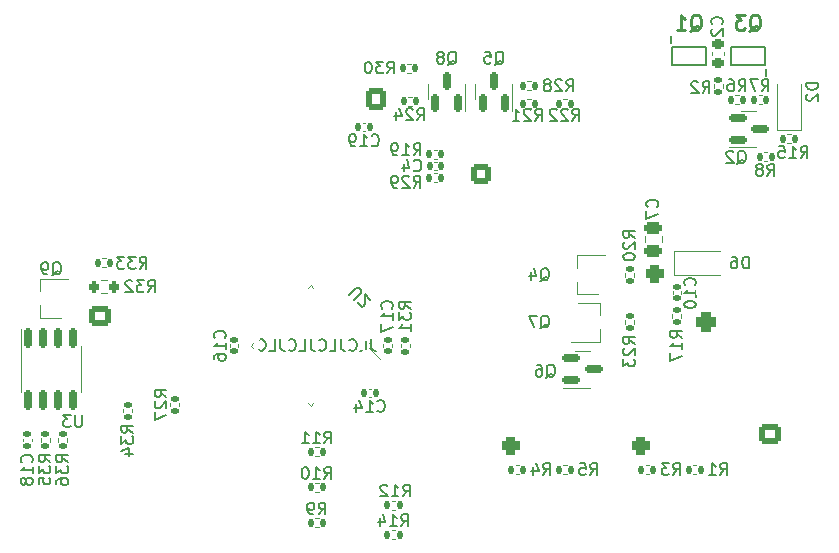
<source format=gbr>
%TF.GenerationSoftware,KiCad,Pcbnew,(6.0.7)*%
%TF.CreationDate,2023-12-12T10:26:36+09:00*%
%TF.ProjectId,Odometry,4f646f6d-6574-4727-992e-6b696361645f,rev?*%
%TF.SameCoordinates,Original*%
%TF.FileFunction,Legend,Bot*%
%TF.FilePolarity,Positive*%
%FSLAX46Y46*%
G04 Gerber Fmt 4.6, Leading zero omitted, Abs format (unit mm)*
G04 Created by KiCad (PCBNEW (6.0.7)) date 2023-12-12 10:26:36*
%MOMM*%
%LPD*%
G01*
G04 APERTURE LIST*
G04 Aperture macros list*
%AMRoundRect*
0 Rectangle with rounded corners*
0 $1 Rounding radius*
0 $2 $3 $4 $5 $6 $7 $8 $9 X,Y pos of 4 corners*
0 Add a 4 corners polygon primitive as box body*
4,1,4,$2,$3,$4,$5,$6,$7,$8,$9,$2,$3,0*
0 Add four circle primitives for the rounded corners*
1,1,$1+$1,$2,$3*
1,1,$1+$1,$4,$5*
1,1,$1+$1,$6,$7*
1,1,$1+$1,$8,$9*
0 Add four rect primitives between the rounded corners*
20,1,$1+$1,$2,$3,$4,$5,0*
20,1,$1+$1,$4,$5,$6,$7,0*
20,1,$1+$1,$6,$7,$8,$9,0*
20,1,$1+$1,$8,$9,$2,$3,0*%
G04 Aperture macros list end*
%ADD10C,0.150000*%
%ADD11C,0.254000*%
%ADD12C,0.120000*%
%ADD13C,0.200000*%
%ADD14C,2.700000*%
%ADD15C,1.600000*%
%ADD16RoundRect,0.250000X-0.675000X0.600000X-0.675000X-0.600000X0.675000X-0.600000X0.675000X0.600000X0*%
%ADD17O,1.850000X1.700000*%
%ADD18R,1.700000X1.700000*%
%ADD19O,1.700000X1.700000*%
%ADD20RoundRect,0.381000X-0.381000X-0.381000X0.381000X-0.381000X0.381000X0.381000X-0.381000X0.381000X0*%
%ADD21C,1.524000*%
%ADD22RoundRect,0.250000X0.675000X-0.600000X0.675000X0.600000X-0.675000X0.600000X-0.675000X-0.600000X0*%
%ADD23C,1.400000*%
%ADD24R,3.500000X3.500000*%
%ADD25C,3.500000*%
%ADD26C,1.700000*%
%ADD27RoundRect,0.425000X-0.425000X-0.425000X0.425000X-0.425000X0.425000X0.425000X-0.425000X0.425000X0*%
%ADD28RoundRect,0.250000X0.600000X0.675000X-0.600000X0.675000X-0.600000X-0.675000X0.600000X-0.675000X0*%
%ADD29O,1.700000X1.850000*%
%ADD30RoundRect,0.381000X0.381000X-0.381000X0.381000X0.381000X-0.381000X0.381000X-0.381000X-0.381000X0*%
%ADD31RoundRect,0.250000X0.600000X-0.600000X0.600000X0.600000X-0.600000X0.600000X-0.600000X-0.600000X0*%
%ADD32R,1.600000X1.600000*%
%ADD33O,1.600000X1.600000*%
%ADD34RoundRect,0.150000X-0.587500X-0.150000X0.587500X-0.150000X0.587500X0.150000X-0.587500X0.150000X0*%
%ADD35RoundRect,0.140000X-0.140000X-0.170000X0.140000X-0.170000X0.140000X0.170000X-0.140000X0.170000X0*%
%ADD36RoundRect,0.135000X0.135000X0.185000X-0.135000X0.185000X-0.135000X-0.185000X0.135000X-0.185000X0*%
%ADD37RoundRect,0.150000X0.150000X-0.587500X0.150000X0.587500X-0.150000X0.587500X-0.150000X-0.587500X0*%
%ADD38RoundRect,0.135000X-0.135000X-0.185000X0.135000X-0.185000X0.135000X0.185000X-0.135000X0.185000X0*%
%ADD39RoundRect,0.140000X-0.170000X0.140000X-0.170000X-0.140000X0.170000X-0.140000X0.170000X0.140000X0*%
%ADD40R,0.900000X1.200000*%
%ADD41R,1.800000X0.800000*%
%ADD42RoundRect,0.135000X-0.185000X0.135000X-0.185000X-0.135000X0.185000X-0.135000X0.185000X0.135000X0*%
%ADD43RoundRect,0.150000X-0.150000X0.675000X-0.150000X-0.675000X0.150000X-0.675000X0.150000X0.675000X0*%
%ADD44RoundRect,0.140000X0.170000X-0.140000X0.170000X0.140000X-0.170000X0.140000X-0.170000X-0.140000X0*%
%ADD45RoundRect,0.135000X0.185000X-0.135000X0.185000X0.135000X-0.185000X0.135000X-0.185000X-0.135000X0*%
%ADD46R,1.200000X0.900000*%
%ADD47RoundRect,0.225000X-0.250000X0.225000X-0.250000X-0.225000X0.250000X-0.225000X0.250000X0.225000X0*%
%ADD48RoundRect,0.140000X0.140000X0.170000X-0.140000X0.170000X-0.140000X-0.170000X0.140000X-0.170000X0*%
%ADD49R,0.620000X0.575000*%
%ADD50RoundRect,0.125000X0.530330X-0.353553X-0.353553X0.530330X-0.530330X0.353553X0.353553X-0.530330X0*%
%ADD51RoundRect,0.125000X0.530330X0.353553X0.353553X0.530330X-0.530330X-0.353553X-0.353553X-0.530330X0*%
%ADD52RoundRect,0.200000X-0.200000X-0.275000X0.200000X-0.275000X0.200000X0.275000X-0.200000X0.275000X0*%
%ADD53RoundRect,0.250000X0.475000X-0.250000X0.475000X0.250000X-0.475000X0.250000X-0.475000X-0.250000X0*%
G04 APERTURE END LIST*
D10*
X45281547Y-42789880D02*
X45281547Y-43504166D01*
X45329166Y-43647023D01*
X45424404Y-43742261D01*
X45567261Y-43789880D01*
X45662500Y-43789880D01*
X44329166Y-43789880D02*
X44805357Y-43789880D01*
X44805357Y-42789880D01*
X43424404Y-43694642D02*
X43472023Y-43742261D01*
X43614880Y-43789880D01*
X43710119Y-43789880D01*
X43852976Y-43742261D01*
X43948214Y-43647023D01*
X43995833Y-43551785D01*
X44043452Y-43361309D01*
X44043452Y-43218452D01*
X43995833Y-43027976D01*
X43948214Y-42932738D01*
X43852976Y-42837500D01*
X43710119Y-42789880D01*
X43614880Y-42789880D01*
X43472023Y-42837500D01*
X43424404Y-42885119D01*
X42710119Y-42789880D02*
X42710119Y-43504166D01*
X42757738Y-43647023D01*
X42852976Y-43742261D01*
X42995833Y-43789880D01*
X43091071Y-43789880D01*
X41757738Y-43789880D02*
X42233928Y-43789880D01*
X42233928Y-42789880D01*
X40852976Y-43694642D02*
X40900595Y-43742261D01*
X41043452Y-43789880D01*
X41138690Y-43789880D01*
X41281547Y-43742261D01*
X41376785Y-43647023D01*
X41424404Y-43551785D01*
X41472023Y-43361309D01*
X41472023Y-43218452D01*
X41424404Y-43027976D01*
X41376785Y-42932738D01*
X41281547Y-42837500D01*
X41138690Y-42789880D01*
X41043452Y-42789880D01*
X40900595Y-42837500D01*
X40852976Y-42885119D01*
X40138690Y-42789880D02*
X40138690Y-43504166D01*
X40186309Y-43647023D01*
X40281547Y-43742261D01*
X40424404Y-43789880D01*
X40519642Y-43789880D01*
X39186309Y-43789880D02*
X39662500Y-43789880D01*
X39662500Y-42789880D01*
X38281547Y-43694642D02*
X38329166Y-43742261D01*
X38472023Y-43789880D01*
X38567261Y-43789880D01*
X38710119Y-43742261D01*
X38805357Y-43647023D01*
X38852976Y-43551785D01*
X38900595Y-43361309D01*
X38900595Y-43218452D01*
X38852976Y-43027976D01*
X38805357Y-42932738D01*
X38710119Y-42837500D01*
X38567261Y-42789880D01*
X38472023Y-42789880D01*
X38329166Y-42837500D01*
X38281547Y-42885119D01*
X37567261Y-42789880D02*
X37567261Y-43504166D01*
X37614880Y-43647023D01*
X37710119Y-43742261D01*
X37852976Y-43789880D01*
X37948214Y-43789880D01*
X36614880Y-43789880D02*
X37091071Y-43789880D01*
X37091071Y-42789880D01*
X35710119Y-43694642D02*
X35757738Y-43742261D01*
X35900595Y-43789880D01*
X35995833Y-43789880D01*
X36138690Y-43742261D01*
X36233928Y-43647023D01*
X36281547Y-43551785D01*
X36329166Y-43361309D01*
X36329166Y-43218452D01*
X36281547Y-43027976D01*
X36233928Y-42932738D01*
X36138690Y-42837500D01*
X35995833Y-42789880D01*
X35900595Y-42789880D01*
X35757738Y-42837500D01*
X35710119Y-42885119D01*
%TO.C,Q2*%
X76257738Y-27945849D02*
X76352976Y-27898230D01*
X76448214Y-27802991D01*
X76591071Y-27660134D01*
X76686309Y-27612515D01*
X76781547Y-27612515D01*
X76733928Y-27850610D02*
X76829166Y-27802991D01*
X76924404Y-27707753D01*
X76972023Y-27517277D01*
X76972023Y-27183944D01*
X76924404Y-26993468D01*
X76829166Y-26898230D01*
X76733928Y-26850610D01*
X76543452Y-26850610D01*
X76448214Y-26898230D01*
X76352976Y-26993468D01*
X76305357Y-27183944D01*
X76305357Y-27517277D01*
X76352976Y-27707753D01*
X76448214Y-27802991D01*
X76543452Y-27850610D01*
X76733928Y-27850610D01*
X75924404Y-26945849D02*
X75876785Y-26898230D01*
X75781547Y-26850610D01*
X75543452Y-26850610D01*
X75448214Y-26898230D01*
X75400595Y-26945849D01*
X75352976Y-27041087D01*
X75352976Y-27136325D01*
X75400595Y-27279182D01*
X75972023Y-27850610D01*
X75352976Y-27850610D01*
%TO.C,C19*%
X45305357Y-26354642D02*
X45352976Y-26402261D01*
X45495833Y-26449880D01*
X45591071Y-26449880D01*
X45733928Y-26402261D01*
X45829166Y-26307023D01*
X45876785Y-26211785D01*
X45924404Y-26021309D01*
X45924404Y-25878452D01*
X45876785Y-25687976D01*
X45829166Y-25592738D01*
X45733928Y-25497500D01*
X45591071Y-25449880D01*
X45495833Y-25449880D01*
X45352976Y-25497500D01*
X45305357Y-25545119D01*
X44352976Y-26449880D02*
X44924404Y-26449880D01*
X44638690Y-26449880D02*
X44638690Y-25449880D01*
X44733928Y-25592738D01*
X44829166Y-25687976D01*
X44924404Y-25735595D01*
X43876785Y-26449880D02*
X43686309Y-26449880D01*
X43591071Y-26402261D01*
X43543452Y-26354642D01*
X43448214Y-26211785D01*
X43400595Y-26021309D01*
X43400595Y-25640357D01*
X43448214Y-25545119D01*
X43495833Y-25497500D01*
X43591071Y-25449880D01*
X43781547Y-25449880D01*
X43876785Y-25497500D01*
X43924404Y-25545119D01*
X43972023Y-25640357D01*
X43972023Y-25878452D01*
X43924404Y-25973690D01*
X43876785Y-26021309D01*
X43781547Y-26068928D01*
X43591071Y-26068928D01*
X43495833Y-26021309D01*
X43448214Y-25973690D01*
X43400595Y-25878452D01*
%TO.C,R11*%
X41305357Y-51619880D02*
X41638690Y-51143690D01*
X41876785Y-51619880D02*
X41876785Y-50619880D01*
X41495833Y-50619880D01*
X41400595Y-50667500D01*
X41352976Y-50715119D01*
X41305357Y-50810357D01*
X41305357Y-50953214D01*
X41352976Y-51048452D01*
X41400595Y-51096071D01*
X41495833Y-51143690D01*
X41876785Y-51143690D01*
X40352976Y-51619880D02*
X40924404Y-51619880D01*
X40638690Y-51619880D02*
X40638690Y-50619880D01*
X40733928Y-50762738D01*
X40829166Y-50857976D01*
X40924404Y-50905595D01*
X39400595Y-51619880D02*
X39972023Y-51619880D01*
X39686309Y-51619880D02*
X39686309Y-50619880D01*
X39781547Y-50762738D01*
X39876785Y-50857976D01*
X39972023Y-50905595D01*
%TO.C,Q8*%
X51757738Y-19547619D02*
X51852976Y-19500000D01*
X51948214Y-19404761D01*
X52091071Y-19261904D01*
X52186309Y-19214285D01*
X52281547Y-19214285D01*
X52233928Y-19452380D02*
X52329166Y-19404761D01*
X52424404Y-19309523D01*
X52472023Y-19119047D01*
X52472023Y-18785714D01*
X52424404Y-18595238D01*
X52329166Y-18500000D01*
X52233928Y-18452380D01*
X52043452Y-18452380D01*
X51948214Y-18500000D01*
X51852976Y-18595238D01*
X51805357Y-18785714D01*
X51805357Y-19119047D01*
X51852976Y-19309523D01*
X51948214Y-19404761D01*
X52043452Y-19452380D01*
X52233928Y-19452380D01*
X51233928Y-18880952D02*
X51329166Y-18833333D01*
X51376785Y-18785714D01*
X51424404Y-18690476D01*
X51424404Y-18642857D01*
X51376785Y-18547619D01*
X51329166Y-18500000D01*
X51233928Y-18452380D01*
X51043452Y-18452380D01*
X50948214Y-18500000D01*
X50900595Y-18547619D01*
X50852976Y-18642857D01*
X50852976Y-18690476D01*
X50900595Y-18785714D01*
X50948214Y-18833333D01*
X51043452Y-18880952D01*
X51233928Y-18880952D01*
X51329166Y-18928571D01*
X51376785Y-18976190D01*
X51424404Y-19071428D01*
X51424404Y-19261904D01*
X51376785Y-19357142D01*
X51329166Y-19404761D01*
X51233928Y-19452380D01*
X51043452Y-19452380D01*
X50948214Y-19404761D01*
X50900595Y-19357142D01*
X50852976Y-19261904D01*
X50852976Y-19071428D01*
X50900595Y-18976190D01*
X50948214Y-18928571D01*
X51043452Y-18880952D01*
%TO.C,R19*%
X48867128Y-27213415D02*
X49200461Y-26737225D01*
X49438556Y-27213415D02*
X49438556Y-26213415D01*
X49057604Y-26213415D01*
X48962366Y-26261035D01*
X48914747Y-26308654D01*
X48867128Y-26403892D01*
X48867128Y-26546749D01*
X48914747Y-26641987D01*
X48962366Y-26689606D01*
X49057604Y-26737225D01*
X49438556Y-26737225D01*
X47914747Y-27213415D02*
X48486175Y-27213415D01*
X48200461Y-27213415D02*
X48200461Y-26213415D01*
X48295699Y-26356273D01*
X48390937Y-26451511D01*
X48486175Y-26499130D01*
X47438556Y-27213415D02*
X47248080Y-27213415D01*
X47152842Y-27165796D01*
X47105223Y-27118177D01*
X47009985Y-26975320D01*
X46962366Y-26784844D01*
X46962366Y-26403892D01*
X47009985Y-26308654D01*
X47057604Y-26261035D01*
X47152842Y-26213415D01*
X47343318Y-26213415D01*
X47438556Y-26261035D01*
X47486175Y-26308654D01*
X47533794Y-26403892D01*
X47533794Y-26641987D01*
X47486175Y-26737225D01*
X47438556Y-26784844D01*
X47343318Y-26832463D01*
X47152842Y-26832463D01*
X47057604Y-26784844D01*
X47009985Y-26737225D01*
X46962366Y-26641987D01*
%TO.C,C10*%
X72685731Y-38225064D02*
X72733350Y-38177445D01*
X72780969Y-38034588D01*
X72780969Y-37939350D01*
X72733350Y-37796493D01*
X72638112Y-37701255D01*
X72542874Y-37653636D01*
X72352398Y-37606017D01*
X72209541Y-37606017D01*
X72019065Y-37653636D01*
X71923827Y-37701255D01*
X71828589Y-37796493D01*
X71780969Y-37939350D01*
X71780969Y-38034588D01*
X71828589Y-38177445D01*
X71876208Y-38225064D01*
X72780969Y-39177445D02*
X72780969Y-38606017D01*
X72780969Y-38891731D02*
X71780969Y-38891731D01*
X71923827Y-38796493D01*
X72019065Y-38701255D01*
X72066684Y-38606017D01*
X71780969Y-39796493D02*
X71780969Y-39891731D01*
X71828589Y-39986969D01*
X71876208Y-40034588D01*
X71971446Y-40082207D01*
X72161922Y-40129826D01*
X72400017Y-40129826D01*
X72590493Y-40082207D01*
X72685731Y-40034588D01*
X72733350Y-39986969D01*
X72780969Y-39891731D01*
X72780969Y-39796493D01*
X72733350Y-39701255D01*
X72685731Y-39653636D01*
X72590493Y-39606017D01*
X72400017Y-39558398D01*
X72161922Y-39558398D01*
X71971446Y-39606017D01*
X71876208Y-39653636D01*
X71828589Y-39701255D01*
X71780969Y-39796493D01*
%TO.C,R9*%
X40829166Y-57619880D02*
X41162500Y-57143690D01*
X41400595Y-57619880D02*
X41400595Y-56619880D01*
X41019642Y-56619880D01*
X40924404Y-56667500D01*
X40876785Y-56715119D01*
X40829166Y-56810357D01*
X40829166Y-56953214D01*
X40876785Y-57048452D01*
X40924404Y-57096071D01*
X41019642Y-57143690D01*
X41400595Y-57143690D01*
X40352976Y-57619880D02*
X40162500Y-57619880D01*
X40067261Y-57572261D01*
X40019642Y-57524642D01*
X39924404Y-57381785D01*
X39876785Y-57191309D01*
X39876785Y-56810357D01*
X39924404Y-56715119D01*
X39972023Y-56667500D01*
X40067261Y-56619880D01*
X40257738Y-56619880D01*
X40352976Y-56667500D01*
X40400595Y-56715119D01*
X40448214Y-56810357D01*
X40448214Y-57048452D01*
X40400595Y-57143690D01*
X40352976Y-57191309D01*
X40257738Y-57238928D01*
X40067261Y-57238928D01*
X39972023Y-57191309D01*
X39924404Y-57143690D01*
X39876785Y-57048452D01*
%TO.C,D6*%
X77238095Y-36789880D02*
X77238095Y-35789880D01*
X77000000Y-35789880D01*
X76857142Y-35837500D01*
X76761904Y-35932738D01*
X76714285Y-36027976D01*
X76666666Y-36218452D01*
X76666666Y-36361309D01*
X76714285Y-36551785D01*
X76761904Y-36647023D01*
X76857142Y-36742261D01*
X77000000Y-36789880D01*
X77238095Y-36789880D01*
X75809523Y-35789880D02*
X76000000Y-35789880D01*
X76095238Y-35837500D01*
X76142857Y-35885119D01*
X76238095Y-36027976D01*
X76285714Y-36218452D01*
X76285714Y-36599404D01*
X76238095Y-36694642D01*
X76190476Y-36742261D01*
X76095238Y-36789880D01*
X75904761Y-36789880D01*
X75809523Y-36742261D01*
X75761904Y-36694642D01*
X75714285Y-36599404D01*
X75714285Y-36361309D01*
X75761904Y-36266071D01*
X75809523Y-36218452D01*
X75904761Y-36170833D01*
X76095238Y-36170833D01*
X76190476Y-36218452D01*
X76238095Y-36266071D01*
X76285714Y-36361309D01*
%TO.C,R5*%
X63829166Y-54289880D02*
X64162500Y-53813690D01*
X64400595Y-54289880D02*
X64400595Y-53289880D01*
X64019642Y-53289880D01*
X63924404Y-53337500D01*
X63876785Y-53385119D01*
X63829166Y-53480357D01*
X63829166Y-53623214D01*
X63876785Y-53718452D01*
X63924404Y-53766071D01*
X64019642Y-53813690D01*
X64400595Y-53813690D01*
X62924404Y-53289880D02*
X63400595Y-53289880D01*
X63448214Y-53766071D01*
X63400595Y-53718452D01*
X63305357Y-53670833D01*
X63067261Y-53670833D01*
X62972023Y-53718452D01*
X62924404Y-53766071D01*
X62876785Y-53861309D01*
X62876785Y-54099404D01*
X62924404Y-54194642D01*
X62972023Y-54242261D01*
X63067261Y-54289880D01*
X63305357Y-54289880D01*
X63400595Y-54242261D01*
X63448214Y-54194642D01*
%TO.C,Q7*%
X59595238Y-41885119D02*
X59690476Y-41837500D01*
X59785714Y-41742261D01*
X59928571Y-41599404D01*
X60023809Y-41551785D01*
X60119047Y-41551785D01*
X60071428Y-41789880D02*
X60166666Y-41742261D01*
X60261904Y-41647023D01*
X60309523Y-41456547D01*
X60309523Y-41123214D01*
X60261904Y-40932738D01*
X60166666Y-40837500D01*
X60071428Y-40789880D01*
X59880952Y-40789880D01*
X59785714Y-40837500D01*
X59690476Y-40932738D01*
X59642857Y-41123214D01*
X59642857Y-41456547D01*
X59690476Y-41647023D01*
X59785714Y-41742261D01*
X59880952Y-41789880D01*
X60071428Y-41789880D01*
X59309523Y-40789880D02*
X58642857Y-40789880D01*
X59071428Y-41789880D01*
%TO.C,Q5*%
X55757738Y-19547619D02*
X55852976Y-19500000D01*
X55948214Y-19404761D01*
X56091071Y-19261904D01*
X56186309Y-19214285D01*
X56281547Y-19214285D01*
X56233928Y-19452380D02*
X56329166Y-19404761D01*
X56424404Y-19309523D01*
X56472023Y-19119047D01*
X56472023Y-18785714D01*
X56424404Y-18595238D01*
X56329166Y-18500000D01*
X56233928Y-18452380D01*
X56043452Y-18452380D01*
X55948214Y-18500000D01*
X55852976Y-18595238D01*
X55805357Y-18785714D01*
X55805357Y-19119047D01*
X55852976Y-19309523D01*
X55948214Y-19404761D01*
X56043452Y-19452380D01*
X56233928Y-19452380D01*
X54900595Y-18452380D02*
X55376785Y-18452380D01*
X55424404Y-18928571D01*
X55376785Y-18880952D01*
X55281547Y-18833333D01*
X55043452Y-18833333D01*
X54948214Y-18880952D01*
X54900595Y-18928571D01*
X54852976Y-19023809D01*
X54852976Y-19261904D01*
X54900595Y-19357142D01*
X54948214Y-19404761D01*
X55043452Y-19452380D01*
X55281547Y-19452380D01*
X55376785Y-19404761D01*
X55424404Y-19357142D01*
%TO.C,R29*%
X48860502Y-29952380D02*
X49193835Y-29476190D01*
X49431930Y-29952380D02*
X49431930Y-28952380D01*
X49050978Y-28952380D01*
X48955740Y-29000000D01*
X48908121Y-29047619D01*
X48860502Y-29142857D01*
X48860502Y-29285714D01*
X48908121Y-29380952D01*
X48955740Y-29428571D01*
X49050978Y-29476190D01*
X49431930Y-29476190D01*
X48479549Y-29047619D02*
X48431930Y-29000000D01*
X48336692Y-28952380D01*
X48098597Y-28952380D01*
X48003359Y-29000000D01*
X47955740Y-29047619D01*
X47908121Y-29142857D01*
X47908121Y-29238095D01*
X47955740Y-29380952D01*
X48527168Y-29952380D01*
X47908121Y-29952380D01*
X47431930Y-29952380D02*
X47241454Y-29952380D01*
X47146216Y-29904761D01*
X47098597Y-29857142D01*
X47003359Y-29714285D01*
X46955740Y-29523809D01*
X46955740Y-29142857D01*
X47003359Y-29047619D01*
X47050978Y-29000000D01*
X47146216Y-28952380D01*
X47336692Y-28952380D01*
X47431930Y-29000000D01*
X47479549Y-29047619D01*
X47527168Y-29142857D01*
X47527168Y-29380952D01*
X47479549Y-29476190D01*
X47431930Y-29523809D01*
X47336692Y-29571428D01*
X47146216Y-29571428D01*
X47050978Y-29523809D01*
X47003359Y-29476190D01*
X46955740Y-29380952D01*
%TO.C,R35*%
X18114880Y-53184643D02*
X17638690Y-52851310D01*
X18114880Y-52613215D02*
X17114880Y-52613215D01*
X17114880Y-52994167D01*
X17162500Y-53089405D01*
X17210119Y-53137024D01*
X17305357Y-53184643D01*
X17448214Y-53184643D01*
X17543452Y-53137024D01*
X17591071Y-53089405D01*
X17638690Y-52994167D01*
X17638690Y-52613215D01*
X17114880Y-53517977D02*
X17114880Y-54137024D01*
X17495833Y-53803691D01*
X17495833Y-53946548D01*
X17543452Y-54041786D01*
X17591071Y-54089405D01*
X17686309Y-54137024D01*
X17924404Y-54137024D01*
X18019642Y-54089405D01*
X18067261Y-54041786D01*
X18114880Y-53946548D01*
X18114880Y-53660834D01*
X18067261Y-53565596D01*
X18019642Y-53517977D01*
X17114880Y-55041786D02*
X17114880Y-54565596D01*
X17591071Y-54517977D01*
X17543452Y-54565596D01*
X17495833Y-54660834D01*
X17495833Y-54898929D01*
X17543452Y-54994167D01*
X17591071Y-55041786D01*
X17686309Y-55089405D01*
X17924404Y-55089405D01*
X18019642Y-55041786D01*
X18067261Y-54994167D01*
X18114880Y-54898929D01*
X18114880Y-54660834D01*
X18067261Y-54565596D01*
X18019642Y-54517977D01*
%TO.C,Q6*%
X60095238Y-46047619D02*
X60190476Y-46000000D01*
X60285714Y-45904761D01*
X60428571Y-45761904D01*
X60523809Y-45714285D01*
X60619047Y-45714285D01*
X60571428Y-45952380D02*
X60666666Y-45904761D01*
X60761904Y-45809523D01*
X60809523Y-45619047D01*
X60809523Y-45285714D01*
X60761904Y-45095238D01*
X60666666Y-45000000D01*
X60571428Y-44952380D01*
X60380952Y-44952380D01*
X60285714Y-45000000D01*
X60190476Y-45095238D01*
X60142857Y-45285714D01*
X60142857Y-45619047D01*
X60190476Y-45809523D01*
X60285714Y-45904761D01*
X60380952Y-45952380D01*
X60571428Y-45952380D01*
X59285714Y-44952380D02*
X59476190Y-44952380D01*
X59571428Y-45000000D01*
X59619047Y-45047619D01*
X59714285Y-45190476D01*
X59761904Y-45380952D01*
X59761904Y-45761904D01*
X59714285Y-45857142D01*
X59666666Y-45904761D01*
X59571428Y-45952380D01*
X59380952Y-45952380D01*
X59285714Y-45904761D01*
X59238095Y-45857142D01*
X59190476Y-45761904D01*
X59190476Y-45523809D01*
X59238095Y-45428571D01*
X59285714Y-45380952D01*
X59380952Y-45333333D01*
X59571428Y-45333333D01*
X59666666Y-45380952D01*
X59714285Y-45428571D01*
X59761904Y-45523809D01*
%TO.C,R33*%
X25672305Y-36816391D02*
X26005638Y-36340201D01*
X26243733Y-36816391D02*
X26243733Y-35816391D01*
X25862781Y-35816391D01*
X25767543Y-35864011D01*
X25719924Y-35911630D01*
X25672305Y-36006868D01*
X25672305Y-36149725D01*
X25719924Y-36244963D01*
X25767543Y-36292582D01*
X25862781Y-36340201D01*
X26243733Y-36340201D01*
X25338971Y-35816391D02*
X24719924Y-35816391D01*
X25053257Y-36197344D01*
X24910400Y-36197344D01*
X24815162Y-36244963D01*
X24767543Y-36292582D01*
X24719924Y-36387820D01*
X24719924Y-36625915D01*
X24767543Y-36721153D01*
X24815162Y-36768772D01*
X24910400Y-36816391D01*
X25196114Y-36816391D01*
X25291352Y-36768772D01*
X25338971Y-36721153D01*
X24386590Y-35816391D02*
X23767543Y-35816391D01*
X24100876Y-36197344D01*
X23958019Y-36197344D01*
X23862781Y-36244963D01*
X23815162Y-36292582D01*
X23767543Y-36387820D01*
X23767543Y-36625915D01*
X23815162Y-36721153D01*
X23862781Y-36768772D01*
X23958019Y-36816391D01*
X24243733Y-36816391D01*
X24338971Y-36768772D01*
X24386590Y-36721153D01*
%TO.C,R34*%
X25114880Y-50694642D02*
X24638690Y-50361309D01*
X25114880Y-50123214D02*
X24114880Y-50123214D01*
X24114880Y-50504166D01*
X24162500Y-50599404D01*
X24210119Y-50647023D01*
X24305357Y-50694642D01*
X24448214Y-50694642D01*
X24543452Y-50647023D01*
X24591071Y-50599404D01*
X24638690Y-50504166D01*
X24638690Y-50123214D01*
X24114880Y-51027976D02*
X24114880Y-51647023D01*
X24495833Y-51313690D01*
X24495833Y-51456547D01*
X24543452Y-51551785D01*
X24591071Y-51599404D01*
X24686309Y-51647023D01*
X24924404Y-51647023D01*
X25019642Y-51599404D01*
X25067261Y-51551785D01*
X25114880Y-51456547D01*
X25114880Y-51170833D01*
X25067261Y-51075595D01*
X25019642Y-51027976D01*
X24448214Y-52504166D02*
X25114880Y-52504166D01*
X24067261Y-52266071D02*
X24781547Y-52027976D01*
X24781547Y-52647023D01*
%TO.C,C16*%
X32859642Y-42694642D02*
X32907261Y-42647023D01*
X32954880Y-42504166D01*
X32954880Y-42408928D01*
X32907261Y-42266071D01*
X32812023Y-42170833D01*
X32716785Y-42123214D01*
X32526309Y-42075595D01*
X32383452Y-42075595D01*
X32192976Y-42123214D01*
X32097738Y-42170833D01*
X32002500Y-42266071D01*
X31954880Y-42408928D01*
X31954880Y-42504166D01*
X32002500Y-42647023D01*
X32050119Y-42694642D01*
X32954880Y-43647023D02*
X32954880Y-43075595D01*
X32954880Y-43361309D02*
X31954880Y-43361309D01*
X32097738Y-43266071D01*
X32192976Y-43170833D01*
X32240595Y-43075595D01*
X31954880Y-44504166D02*
X31954880Y-44313690D01*
X32002500Y-44218452D01*
X32050119Y-44170833D01*
X32192976Y-44075595D01*
X32383452Y-44027976D01*
X32764404Y-44027976D01*
X32859642Y-44075595D01*
X32907261Y-44123214D01*
X32954880Y-44218452D01*
X32954880Y-44408928D01*
X32907261Y-44504166D01*
X32859642Y-44551785D01*
X32764404Y-44599404D01*
X32526309Y-44599404D01*
X32431071Y-44551785D01*
X32383452Y-44504166D01*
X32335833Y-44408928D01*
X32335833Y-44218452D01*
X32383452Y-44123214D01*
X32431071Y-44075595D01*
X32526309Y-44027976D01*
%TO.C,R1*%
X74829166Y-54289880D02*
X75162500Y-53813690D01*
X75400595Y-54289880D02*
X75400595Y-53289880D01*
X75019642Y-53289880D01*
X74924404Y-53337500D01*
X74876785Y-53385119D01*
X74829166Y-53480357D01*
X74829166Y-53623214D01*
X74876785Y-53718452D01*
X74924404Y-53766071D01*
X75019642Y-53813690D01*
X75400595Y-53813690D01*
X73876785Y-54289880D02*
X74448214Y-54289880D01*
X74162500Y-54289880D02*
X74162500Y-53289880D01*
X74257738Y-53432738D01*
X74352976Y-53527976D01*
X74448214Y-53575595D01*
%TO.C,R10*%
X41305357Y-54619880D02*
X41638690Y-54143690D01*
X41876785Y-54619880D02*
X41876785Y-53619880D01*
X41495833Y-53619880D01*
X41400595Y-53667500D01*
X41352976Y-53715119D01*
X41305357Y-53810357D01*
X41305357Y-53953214D01*
X41352976Y-54048452D01*
X41400595Y-54096071D01*
X41495833Y-54143690D01*
X41876785Y-54143690D01*
X40352976Y-54619880D02*
X40924404Y-54619880D01*
X40638690Y-54619880D02*
X40638690Y-53619880D01*
X40733928Y-53762738D01*
X40829166Y-53857976D01*
X40924404Y-53905595D01*
X39733928Y-53619880D02*
X39638690Y-53619880D01*
X39543452Y-53667500D01*
X39495833Y-53715119D01*
X39448214Y-53810357D01*
X39400595Y-54000833D01*
X39400595Y-54238928D01*
X39448214Y-54429404D01*
X39495833Y-54524642D01*
X39543452Y-54572261D01*
X39638690Y-54619880D01*
X39733928Y-54619880D01*
X39829166Y-54572261D01*
X39876785Y-54524642D01*
X39924404Y-54429404D01*
X39972023Y-54238928D01*
X39972023Y-54000833D01*
X39924404Y-53810357D01*
X39876785Y-53715119D01*
X39829166Y-53667500D01*
X39733928Y-53619880D01*
%TO.C,R28*%
X61805357Y-21789880D02*
X62138690Y-21313690D01*
X62376785Y-21789880D02*
X62376785Y-20789880D01*
X61995833Y-20789880D01*
X61900595Y-20837500D01*
X61852976Y-20885119D01*
X61805357Y-20980357D01*
X61805357Y-21123214D01*
X61852976Y-21218452D01*
X61900595Y-21266071D01*
X61995833Y-21313690D01*
X62376785Y-21313690D01*
X61424404Y-20885119D02*
X61376785Y-20837500D01*
X61281547Y-20789880D01*
X61043452Y-20789880D01*
X60948214Y-20837500D01*
X60900595Y-20885119D01*
X60852976Y-20980357D01*
X60852976Y-21075595D01*
X60900595Y-21218452D01*
X61472023Y-21789880D01*
X60852976Y-21789880D01*
X60281547Y-21218452D02*
X60376785Y-21170833D01*
X60424404Y-21123214D01*
X60472023Y-21027976D01*
X60472023Y-20980357D01*
X60424404Y-20885119D01*
X60376785Y-20837500D01*
X60281547Y-20789880D01*
X60091071Y-20789880D01*
X59995833Y-20837500D01*
X59948214Y-20885119D01*
X59900595Y-20980357D01*
X59900595Y-21027976D01*
X59948214Y-21123214D01*
X59995833Y-21170833D01*
X60091071Y-21218452D01*
X60281547Y-21218452D01*
X60376785Y-21266071D01*
X60424404Y-21313690D01*
X60472023Y-21408928D01*
X60472023Y-21599404D01*
X60424404Y-21694642D01*
X60376785Y-21742261D01*
X60281547Y-21789880D01*
X60091071Y-21789880D01*
X59995833Y-21742261D01*
X59948214Y-21694642D01*
X59900595Y-21599404D01*
X59900595Y-21408928D01*
X59948214Y-21313690D01*
X59995833Y-21266071D01*
X60091071Y-21218452D01*
%TO.C,U3*%
X20775982Y-49205513D02*
X20775982Y-50015037D01*
X20728363Y-50110275D01*
X20680744Y-50157894D01*
X20585506Y-50205513D01*
X20395030Y-50205513D01*
X20299792Y-50157894D01*
X20252173Y-50110275D01*
X20204554Y-50015037D01*
X20204554Y-49205513D01*
X19823601Y-49205513D02*
X19204554Y-49205513D01*
X19537887Y-49586466D01*
X19395030Y-49586466D01*
X19299792Y-49634085D01*
X19252173Y-49681704D01*
X19204554Y-49776942D01*
X19204554Y-50015037D01*
X19252173Y-50110275D01*
X19299792Y-50157894D01*
X19395030Y-50205513D01*
X19680744Y-50205513D01*
X19775982Y-50157894D01*
X19823601Y-50110275D01*
%TO.C,C17*%
X47019642Y-40194642D02*
X47067261Y-40147023D01*
X47114880Y-40004166D01*
X47114880Y-39908928D01*
X47067261Y-39766071D01*
X46972023Y-39670833D01*
X46876785Y-39623214D01*
X46686309Y-39575595D01*
X46543452Y-39575595D01*
X46352976Y-39623214D01*
X46257738Y-39670833D01*
X46162500Y-39766071D01*
X46114880Y-39908928D01*
X46114880Y-40004166D01*
X46162500Y-40147023D01*
X46210119Y-40194642D01*
X47114880Y-41147023D02*
X47114880Y-40575595D01*
X47114880Y-40861309D02*
X46114880Y-40861309D01*
X46257738Y-40766071D01*
X46352976Y-40670833D01*
X46400595Y-40575595D01*
X46114880Y-41480357D02*
X46114880Y-42147023D01*
X47114880Y-41718452D01*
%TO.C,R27*%
X27944880Y-47684643D02*
X27468690Y-47351310D01*
X27944880Y-47113215D02*
X26944880Y-47113215D01*
X26944880Y-47494167D01*
X26992500Y-47589405D01*
X27040119Y-47637024D01*
X27135357Y-47684643D01*
X27278214Y-47684643D01*
X27373452Y-47637024D01*
X27421071Y-47589405D01*
X27468690Y-47494167D01*
X27468690Y-47113215D01*
X27040119Y-48065596D02*
X26992500Y-48113215D01*
X26944880Y-48208453D01*
X26944880Y-48446548D01*
X26992500Y-48541786D01*
X27040119Y-48589405D01*
X27135357Y-48637024D01*
X27230595Y-48637024D01*
X27373452Y-48589405D01*
X27944880Y-48017977D01*
X27944880Y-48637024D01*
X26944880Y-48970358D02*
X26944880Y-49637024D01*
X27944880Y-49208453D01*
%TO.C,Q4*%
X59595238Y-37885119D02*
X59690476Y-37837500D01*
X59785714Y-37742261D01*
X59928571Y-37599404D01*
X60023809Y-37551785D01*
X60119047Y-37551785D01*
X60071428Y-37789880D02*
X60166666Y-37742261D01*
X60261904Y-37647023D01*
X60309523Y-37456547D01*
X60309523Y-37123214D01*
X60261904Y-36932738D01*
X60166666Y-36837500D01*
X60071428Y-36789880D01*
X59880952Y-36789880D01*
X59785714Y-36837500D01*
X59690476Y-36932738D01*
X59642857Y-37123214D01*
X59642857Y-37456547D01*
X59690476Y-37647023D01*
X59785714Y-37742261D01*
X59880952Y-37789880D01*
X60071428Y-37789880D01*
X58785714Y-37123214D02*
X58785714Y-37789880D01*
X59023809Y-36742261D02*
X59261904Y-37456547D01*
X58642857Y-37456547D01*
%TO.C,R30*%
X46642857Y-20289880D02*
X46976190Y-19813690D01*
X47214285Y-20289880D02*
X47214285Y-19289880D01*
X46833333Y-19289880D01*
X46738095Y-19337500D01*
X46690476Y-19385119D01*
X46642857Y-19480357D01*
X46642857Y-19623214D01*
X46690476Y-19718452D01*
X46738095Y-19766071D01*
X46833333Y-19813690D01*
X47214285Y-19813690D01*
X46309523Y-19289880D02*
X45690476Y-19289880D01*
X46023809Y-19670833D01*
X45880952Y-19670833D01*
X45785714Y-19718452D01*
X45738095Y-19766071D01*
X45690476Y-19861309D01*
X45690476Y-20099404D01*
X45738095Y-20194642D01*
X45785714Y-20242261D01*
X45880952Y-20289880D01*
X46166666Y-20289880D01*
X46261904Y-20242261D01*
X46309523Y-20194642D01*
X45071428Y-19289880D02*
X44976190Y-19289880D01*
X44880952Y-19337500D01*
X44833333Y-19385119D01*
X44785714Y-19480357D01*
X44738095Y-19670833D01*
X44738095Y-19908928D01*
X44785714Y-20099404D01*
X44833333Y-20194642D01*
X44880952Y-20242261D01*
X44976190Y-20289880D01*
X45071428Y-20289880D01*
X45166666Y-20242261D01*
X45214285Y-20194642D01*
X45261904Y-20099404D01*
X45309523Y-19908928D01*
X45309523Y-19670833D01*
X45261904Y-19480357D01*
X45214285Y-19385119D01*
X45166666Y-19337500D01*
X45071428Y-19289880D01*
%TO.C,R36*%
X19614880Y-53204641D02*
X19138690Y-52871308D01*
X19614880Y-52633213D02*
X18614880Y-52633213D01*
X18614880Y-53014165D01*
X18662500Y-53109403D01*
X18710119Y-53157022D01*
X18805357Y-53204641D01*
X18948214Y-53204641D01*
X19043452Y-53157022D01*
X19091071Y-53109403D01*
X19138690Y-53014165D01*
X19138690Y-52633213D01*
X18614880Y-53537975D02*
X18614880Y-54157022D01*
X18995833Y-53823689D01*
X18995833Y-53966546D01*
X19043452Y-54061784D01*
X19091071Y-54109403D01*
X19186309Y-54157022D01*
X19424404Y-54157022D01*
X19519642Y-54109403D01*
X19567261Y-54061784D01*
X19614880Y-53966546D01*
X19614880Y-53680832D01*
X19567261Y-53585594D01*
X19519642Y-53537975D01*
X18614880Y-55014165D02*
X18614880Y-54823689D01*
X18662500Y-54728451D01*
X18710119Y-54680832D01*
X18852976Y-54585594D01*
X19043452Y-54537975D01*
X19424404Y-54537975D01*
X19519642Y-54585594D01*
X19567261Y-54633213D01*
X19614880Y-54728451D01*
X19614880Y-54918927D01*
X19567261Y-55014165D01*
X19519642Y-55061784D01*
X19424404Y-55109403D01*
X19186309Y-55109403D01*
X19091071Y-55061784D01*
X19043452Y-55014165D01*
X18995833Y-54918927D01*
X18995833Y-54728451D01*
X19043452Y-54633213D01*
X19091071Y-54585594D01*
X19186309Y-54537975D01*
%TO.C,R20*%
X67614880Y-34194642D02*
X67138690Y-33861309D01*
X67614880Y-33623214D02*
X66614880Y-33623214D01*
X66614880Y-34004166D01*
X66662500Y-34099404D01*
X66710119Y-34147023D01*
X66805357Y-34194642D01*
X66948214Y-34194642D01*
X67043452Y-34147023D01*
X67091071Y-34099404D01*
X67138690Y-34004166D01*
X67138690Y-33623214D01*
X66710119Y-34575595D02*
X66662500Y-34623214D01*
X66614880Y-34718452D01*
X66614880Y-34956547D01*
X66662500Y-35051785D01*
X66710119Y-35099404D01*
X66805357Y-35147023D01*
X66900595Y-35147023D01*
X67043452Y-35099404D01*
X67614880Y-34527976D01*
X67614880Y-35147023D01*
X66614880Y-35766071D02*
X66614880Y-35861309D01*
X66662500Y-35956547D01*
X66710119Y-36004166D01*
X66805357Y-36051785D01*
X66995833Y-36099404D01*
X67233928Y-36099404D01*
X67424404Y-36051785D01*
X67519642Y-36004166D01*
X67567261Y-35956547D01*
X67614880Y-35861309D01*
X67614880Y-35766071D01*
X67567261Y-35670833D01*
X67519642Y-35623214D01*
X67424404Y-35575595D01*
X67233928Y-35527976D01*
X66995833Y-35527976D01*
X66805357Y-35575595D01*
X66710119Y-35623214D01*
X66662500Y-35670833D01*
X66614880Y-35766071D01*
%TO.C,D2*%
X83114880Y-21099404D02*
X82114880Y-21099404D01*
X82114880Y-21337500D01*
X82162500Y-21480357D01*
X82257738Y-21575595D01*
X82352976Y-21623214D01*
X82543452Y-21670833D01*
X82686309Y-21670833D01*
X82876785Y-21623214D01*
X82972023Y-21575595D01*
X83067261Y-21480357D01*
X83114880Y-21337500D01*
X83114880Y-21099404D01*
X82210119Y-22051785D02*
X82162500Y-22099404D01*
X82114880Y-22194642D01*
X82114880Y-22432738D01*
X82162500Y-22527976D01*
X82210119Y-22575595D01*
X82305357Y-22623214D01*
X82400595Y-22623214D01*
X82543452Y-22575595D01*
X83114880Y-22004166D01*
X83114880Y-22623214D01*
%TO.C,C2*%
X74967433Y-16134883D02*
X75015052Y-16087264D01*
X75062671Y-15944407D01*
X75062671Y-15849169D01*
X75015052Y-15706311D01*
X74919814Y-15611073D01*
X74824576Y-15563454D01*
X74634100Y-15515835D01*
X74491243Y-15515835D01*
X74300767Y-15563454D01*
X74205529Y-15611073D01*
X74110291Y-15706311D01*
X74062671Y-15849169D01*
X74062671Y-15944407D01*
X74110291Y-16087264D01*
X74157910Y-16134883D01*
X74157910Y-16515835D02*
X74110291Y-16563454D01*
X74062671Y-16658692D01*
X74062671Y-16896788D01*
X74110291Y-16992026D01*
X74157910Y-17039645D01*
X74253148Y-17087264D01*
X74348386Y-17087264D01*
X74491243Y-17039645D01*
X75062671Y-16468216D01*
X75062671Y-17087264D01*
%TO.C,R6*%
X76394131Y-21789880D02*
X76727465Y-21313690D01*
X76965560Y-21789880D02*
X76965560Y-20789880D01*
X76584607Y-20789880D01*
X76489369Y-20837500D01*
X76441750Y-20885119D01*
X76394131Y-20980357D01*
X76394131Y-21123214D01*
X76441750Y-21218452D01*
X76489369Y-21266071D01*
X76584607Y-21313690D01*
X76965560Y-21313690D01*
X75536988Y-20789880D02*
X75727465Y-20789880D01*
X75822703Y-20837500D01*
X75870322Y-20885119D01*
X75965560Y-21027976D01*
X76013179Y-21218452D01*
X76013179Y-21599404D01*
X75965560Y-21694642D01*
X75917941Y-21742261D01*
X75822703Y-21789880D01*
X75632226Y-21789880D01*
X75536988Y-21742261D01*
X75489369Y-21694642D01*
X75441750Y-21599404D01*
X75441750Y-21361309D01*
X75489369Y-21266071D01*
X75536988Y-21218452D01*
X75632226Y-21170833D01*
X75822703Y-21170833D01*
X75917941Y-21218452D01*
X75965560Y-21266071D01*
X76013179Y-21361309D01*
%TO.C,C14*%
X45805357Y-48854642D02*
X45852976Y-48902261D01*
X45995833Y-48949880D01*
X46091071Y-48949880D01*
X46233928Y-48902261D01*
X46329166Y-48807023D01*
X46376785Y-48711785D01*
X46424404Y-48521309D01*
X46424404Y-48378452D01*
X46376785Y-48187976D01*
X46329166Y-48092738D01*
X46233928Y-47997500D01*
X46091071Y-47949880D01*
X45995833Y-47949880D01*
X45852976Y-47997500D01*
X45805357Y-48045119D01*
X44852976Y-48949880D02*
X45424404Y-48949880D01*
X45138690Y-48949880D02*
X45138690Y-47949880D01*
X45233928Y-48092738D01*
X45329166Y-48187976D01*
X45424404Y-48235595D01*
X43995833Y-48283214D02*
X43995833Y-48949880D01*
X44233928Y-47902261D02*
X44472023Y-48616547D01*
X43852976Y-48616547D01*
%TO.C,R21*%
X59151716Y-24289880D02*
X59485049Y-23813690D01*
X59723144Y-24289880D02*
X59723144Y-23289880D01*
X59342192Y-23289880D01*
X59246954Y-23337500D01*
X59199335Y-23385119D01*
X59151716Y-23480357D01*
X59151716Y-23623214D01*
X59199335Y-23718452D01*
X59246954Y-23766071D01*
X59342192Y-23813690D01*
X59723144Y-23813690D01*
X58770763Y-23385119D02*
X58723144Y-23337500D01*
X58627906Y-23289880D01*
X58389811Y-23289880D01*
X58294573Y-23337500D01*
X58246954Y-23385119D01*
X58199335Y-23480357D01*
X58199335Y-23575595D01*
X58246954Y-23718452D01*
X58818382Y-24289880D01*
X58199335Y-24289880D01*
X57246954Y-24289880D02*
X57818382Y-24289880D01*
X57532668Y-24289880D02*
X57532668Y-23289880D01*
X57627906Y-23432738D01*
X57723144Y-23527976D01*
X57818382Y-23575595D01*
%TO.C,R17*%
X71614880Y-42694642D02*
X71138690Y-42361309D01*
X71614880Y-42123214D02*
X70614880Y-42123214D01*
X70614880Y-42504166D01*
X70662500Y-42599404D01*
X70710119Y-42647023D01*
X70805357Y-42694642D01*
X70948214Y-42694642D01*
X71043452Y-42647023D01*
X71091071Y-42599404D01*
X71138690Y-42504166D01*
X71138690Y-42123214D01*
X71614880Y-43647023D02*
X71614880Y-43075595D01*
X71614880Y-43361309D02*
X70614880Y-43361309D01*
X70757738Y-43266071D01*
X70852976Y-43170833D01*
X70900595Y-43075595D01*
X70614880Y-43980357D02*
X70614880Y-44647023D01*
X71614880Y-44218452D01*
%TO.C,R23*%
X67614880Y-43194642D02*
X67138690Y-42861309D01*
X67614880Y-42623214D02*
X66614880Y-42623214D01*
X66614880Y-43004166D01*
X66662500Y-43099404D01*
X66710119Y-43147023D01*
X66805357Y-43194642D01*
X66948214Y-43194642D01*
X67043452Y-43147023D01*
X67091071Y-43099404D01*
X67138690Y-43004166D01*
X67138690Y-42623214D01*
X66710119Y-43575595D02*
X66662500Y-43623214D01*
X66614880Y-43718452D01*
X66614880Y-43956547D01*
X66662500Y-44051785D01*
X66710119Y-44099404D01*
X66805357Y-44147023D01*
X66900595Y-44147023D01*
X67043452Y-44099404D01*
X67614880Y-43527976D01*
X67614880Y-44147023D01*
X66614880Y-44480357D02*
X66614880Y-45099404D01*
X66995833Y-44766071D01*
X66995833Y-44908928D01*
X67043452Y-45004166D01*
X67091071Y-45051785D01*
X67186309Y-45099404D01*
X67424404Y-45099404D01*
X67519642Y-45051785D01*
X67567261Y-45004166D01*
X67614880Y-44908928D01*
X67614880Y-44623214D01*
X67567261Y-44527976D01*
X67519642Y-44480357D01*
%TO.C,R15*%
X81642857Y-27452380D02*
X81976190Y-26976190D01*
X82214285Y-27452380D02*
X82214285Y-26452380D01*
X81833333Y-26452380D01*
X81738095Y-26500000D01*
X81690476Y-26547619D01*
X81642857Y-26642857D01*
X81642857Y-26785714D01*
X81690476Y-26880952D01*
X81738095Y-26928571D01*
X81833333Y-26976190D01*
X82214285Y-26976190D01*
X80690476Y-27452380D02*
X81261904Y-27452380D01*
X80976190Y-27452380D02*
X80976190Y-26452380D01*
X81071428Y-26595238D01*
X81166666Y-26690476D01*
X81261904Y-26738095D01*
X79785714Y-26452380D02*
X80261904Y-26452380D01*
X80309523Y-26928571D01*
X80261904Y-26880952D01*
X80166666Y-26833333D01*
X79928571Y-26833333D01*
X79833333Y-26880952D01*
X79785714Y-26928571D01*
X79738095Y-27023809D01*
X79738095Y-27261904D01*
X79785714Y-27357142D01*
X79833333Y-27404761D01*
X79928571Y-27452380D01*
X80166666Y-27452380D01*
X80261904Y-27404761D01*
X80309523Y-27357142D01*
%TO.C,R7*%
X78329166Y-21789880D02*
X78662500Y-21313690D01*
X78900595Y-21789880D02*
X78900595Y-20789880D01*
X78519642Y-20789880D01*
X78424404Y-20837500D01*
X78376785Y-20885119D01*
X78329166Y-20980357D01*
X78329166Y-21123214D01*
X78376785Y-21218452D01*
X78424404Y-21266071D01*
X78519642Y-21313690D01*
X78900595Y-21313690D01*
X77995833Y-20789880D02*
X77329166Y-20789880D01*
X77757738Y-21789880D01*
%TO.C,R24*%
X49182193Y-24256992D02*
X49515526Y-23780802D01*
X49753621Y-24256992D02*
X49753621Y-23256992D01*
X49372669Y-23256992D01*
X49277431Y-23304612D01*
X49229812Y-23352231D01*
X49182193Y-23447469D01*
X49182193Y-23590326D01*
X49229812Y-23685564D01*
X49277431Y-23733183D01*
X49372669Y-23780802D01*
X49753621Y-23780802D01*
X48801240Y-23352231D02*
X48753621Y-23304612D01*
X48658383Y-23256992D01*
X48420288Y-23256992D01*
X48325050Y-23304612D01*
X48277431Y-23352231D01*
X48229812Y-23447469D01*
X48229812Y-23542707D01*
X48277431Y-23685564D01*
X48848859Y-24256992D01*
X48229812Y-24256992D01*
X47372669Y-23590326D02*
X47372669Y-24256992D01*
X47610764Y-23209373D02*
X47848859Y-23923659D01*
X47229812Y-23923659D01*
%TO.C,R4*%
X59829166Y-54289880D02*
X60162500Y-53813690D01*
X60400595Y-54289880D02*
X60400595Y-53289880D01*
X60019642Y-53289880D01*
X59924404Y-53337500D01*
X59876785Y-53385119D01*
X59829166Y-53480357D01*
X59829166Y-53623214D01*
X59876785Y-53718452D01*
X59924404Y-53766071D01*
X60019642Y-53813690D01*
X60400595Y-53813690D01*
X58972023Y-53623214D02*
X58972023Y-54289880D01*
X59210119Y-53242261D02*
X59448214Y-53956547D01*
X58829166Y-53956547D01*
%TO.C,R31*%
X48614880Y-40194642D02*
X48138690Y-39861309D01*
X48614880Y-39623214D02*
X47614880Y-39623214D01*
X47614880Y-40004166D01*
X47662500Y-40099404D01*
X47710119Y-40147023D01*
X47805357Y-40194642D01*
X47948214Y-40194642D01*
X48043452Y-40147023D01*
X48091071Y-40099404D01*
X48138690Y-40004166D01*
X48138690Y-39623214D01*
X47614880Y-40527976D02*
X47614880Y-41147023D01*
X47995833Y-40813690D01*
X47995833Y-40956547D01*
X48043452Y-41051785D01*
X48091071Y-41099404D01*
X48186309Y-41147023D01*
X48424404Y-41147023D01*
X48519642Y-41099404D01*
X48567261Y-41051785D01*
X48614880Y-40956547D01*
X48614880Y-40670833D01*
X48567261Y-40575595D01*
X48519642Y-40527976D01*
X48614880Y-42099404D02*
X48614880Y-41527976D01*
X48614880Y-41813690D02*
X47614880Y-41813690D01*
X47757738Y-41718452D01*
X47852976Y-41623214D01*
X47900595Y-41527976D01*
%TO.C,C4*%
X48884311Y-28492441D02*
X48931930Y-28540060D01*
X49074787Y-28587679D01*
X49170025Y-28587679D01*
X49312883Y-28540060D01*
X49408121Y-28444822D01*
X49455740Y-28349584D01*
X49503359Y-28159108D01*
X49503359Y-28016251D01*
X49455740Y-27825775D01*
X49408121Y-27730537D01*
X49312883Y-27635299D01*
X49170025Y-27587679D01*
X49074787Y-27587679D01*
X48931930Y-27635299D01*
X48884311Y-27682918D01*
X48027168Y-27921013D02*
X48027168Y-28587679D01*
X48265264Y-27540060D02*
X48503359Y-28254346D01*
X47884311Y-28254346D01*
%TO.C,C18*%
X16519642Y-53194642D02*
X16567261Y-53147023D01*
X16614880Y-53004166D01*
X16614880Y-52908928D01*
X16567261Y-52766071D01*
X16472023Y-52670833D01*
X16376785Y-52623214D01*
X16186309Y-52575595D01*
X16043452Y-52575595D01*
X15852976Y-52623214D01*
X15757738Y-52670833D01*
X15662500Y-52766071D01*
X15614880Y-52908928D01*
X15614880Y-53004166D01*
X15662500Y-53147023D01*
X15710119Y-53194642D01*
X16614880Y-54147023D02*
X16614880Y-53575595D01*
X16614880Y-53861309D02*
X15614880Y-53861309D01*
X15757738Y-53766071D01*
X15852976Y-53670833D01*
X15900595Y-53575595D01*
X16043452Y-54718452D02*
X15995833Y-54623214D01*
X15948214Y-54575595D01*
X15852976Y-54527976D01*
X15805357Y-54527976D01*
X15710119Y-54575595D01*
X15662500Y-54623214D01*
X15614880Y-54718452D01*
X15614880Y-54908928D01*
X15662500Y-55004166D01*
X15710119Y-55051785D01*
X15805357Y-55099404D01*
X15852976Y-55099404D01*
X15948214Y-55051785D01*
X15995833Y-55004166D01*
X16043452Y-54908928D01*
X16043452Y-54718452D01*
X16091071Y-54623214D01*
X16138690Y-54575595D01*
X16233928Y-54527976D01*
X16424404Y-54527976D01*
X16519642Y-54575595D01*
X16567261Y-54623214D01*
X16614880Y-54718452D01*
X16614880Y-54908928D01*
X16567261Y-55004166D01*
X16519642Y-55051785D01*
X16424404Y-55099404D01*
X16233928Y-55099404D01*
X16138690Y-55051785D01*
X16091071Y-55004166D01*
X16043452Y-54908928D01*
D11*
%TO.C,Q1*%
X72283452Y-16695476D02*
X72404404Y-16635000D01*
X72525357Y-16514047D01*
X72706785Y-16332619D01*
X72827738Y-16272142D01*
X72948690Y-16272142D01*
X72888214Y-16574523D02*
X73009166Y-16514047D01*
X73130119Y-16393095D01*
X73190595Y-16151190D01*
X73190595Y-15727857D01*
X73130119Y-15485952D01*
X73009166Y-15365000D01*
X72888214Y-15304523D01*
X72646309Y-15304523D01*
X72525357Y-15365000D01*
X72404404Y-15485952D01*
X72343928Y-15727857D01*
X72343928Y-16151190D01*
X72404404Y-16393095D01*
X72525357Y-16514047D01*
X72646309Y-16574523D01*
X72888214Y-16574523D01*
X71134404Y-16574523D02*
X71860119Y-16574523D01*
X71497261Y-16574523D02*
X71497261Y-15304523D01*
X71618214Y-15485952D01*
X71739166Y-15606904D01*
X71860119Y-15667380D01*
D10*
%TO.C,U2*%
X43394314Y-39028189D02*
X43966734Y-38455769D01*
X44067749Y-38422097D01*
X44135093Y-38422097D01*
X44236108Y-38455769D01*
X44370795Y-38590456D01*
X44404467Y-38691471D01*
X44404467Y-38758815D01*
X44370795Y-38859830D01*
X43798375Y-39432250D01*
X44168765Y-39667952D02*
X44168765Y-39735295D01*
X44202436Y-39836311D01*
X44370795Y-40004669D01*
X44471810Y-40038341D01*
X44539154Y-40038341D01*
X44640169Y-40004669D01*
X44707513Y-39937326D01*
X44774856Y-39802639D01*
X44774856Y-38994517D01*
X45212589Y-39432250D01*
%TO.C,R8*%
X78829166Y-28959880D02*
X79162500Y-28483690D01*
X79400595Y-28959880D02*
X79400595Y-27959880D01*
X79019642Y-27959880D01*
X78924404Y-28007500D01*
X78876785Y-28055119D01*
X78829166Y-28150357D01*
X78829166Y-28293214D01*
X78876785Y-28388452D01*
X78924404Y-28436071D01*
X79019642Y-28483690D01*
X79400595Y-28483690D01*
X78257738Y-28388452D02*
X78352976Y-28340833D01*
X78400595Y-28293214D01*
X78448214Y-28197976D01*
X78448214Y-28150357D01*
X78400595Y-28055119D01*
X78352976Y-28007500D01*
X78257738Y-27959880D01*
X78067261Y-27959880D01*
X77972023Y-28007500D01*
X77924404Y-28055119D01*
X77876785Y-28150357D01*
X77876785Y-28197976D01*
X77924404Y-28293214D01*
X77972023Y-28340833D01*
X78067261Y-28388452D01*
X78257738Y-28388452D01*
X78352976Y-28436071D01*
X78400595Y-28483690D01*
X78448214Y-28578928D01*
X78448214Y-28769404D01*
X78400595Y-28864642D01*
X78352976Y-28912261D01*
X78257738Y-28959880D01*
X78067261Y-28959880D01*
X77972023Y-28912261D01*
X77924404Y-28864642D01*
X77876785Y-28769404D01*
X77876785Y-28578928D01*
X77924404Y-28483690D01*
X77972023Y-28436071D01*
X78067261Y-28388452D01*
D11*
%TO.C,Q3*%
X77283452Y-16695476D02*
X77404404Y-16635000D01*
X77525357Y-16514047D01*
X77706785Y-16332619D01*
X77827738Y-16272142D01*
X77948690Y-16272142D01*
X77888214Y-16574523D02*
X78009166Y-16514047D01*
X78130119Y-16393095D01*
X78190595Y-16151190D01*
X78190595Y-15727857D01*
X78130119Y-15485952D01*
X78009166Y-15365000D01*
X77888214Y-15304523D01*
X77646309Y-15304523D01*
X77525357Y-15365000D01*
X77404404Y-15485952D01*
X77343928Y-15727857D01*
X77343928Y-16151190D01*
X77404404Y-16393095D01*
X77525357Y-16514047D01*
X77646309Y-16574523D01*
X77888214Y-16574523D01*
X76920595Y-15304523D02*
X76134404Y-15304523D01*
X76557738Y-15788333D01*
X76376309Y-15788333D01*
X76255357Y-15848809D01*
X76194880Y-15909285D01*
X76134404Y-16030238D01*
X76134404Y-16332619D01*
X76194880Y-16453571D01*
X76255357Y-16514047D01*
X76376309Y-16574523D01*
X76739166Y-16574523D01*
X76860119Y-16514047D01*
X76920595Y-16453571D01*
D10*
%TO.C,R22*%
X62305357Y-24289880D02*
X62638690Y-23813690D01*
X62876785Y-24289880D02*
X62876785Y-23289880D01*
X62495833Y-23289880D01*
X62400595Y-23337500D01*
X62352976Y-23385119D01*
X62305357Y-23480357D01*
X62305357Y-23623214D01*
X62352976Y-23718452D01*
X62400595Y-23766071D01*
X62495833Y-23813690D01*
X62876785Y-23813690D01*
X61924404Y-23385119D02*
X61876785Y-23337500D01*
X61781547Y-23289880D01*
X61543452Y-23289880D01*
X61448214Y-23337500D01*
X61400595Y-23385119D01*
X61352976Y-23480357D01*
X61352976Y-23575595D01*
X61400595Y-23718452D01*
X61972023Y-24289880D01*
X61352976Y-24289880D01*
X60972023Y-23385119D02*
X60924404Y-23337500D01*
X60829166Y-23289880D01*
X60591071Y-23289880D01*
X60495833Y-23337500D01*
X60448214Y-23385119D01*
X60400595Y-23480357D01*
X60400595Y-23575595D01*
X60448214Y-23718452D01*
X61019642Y-24289880D01*
X60400595Y-24289880D01*
%TO.C,R32*%
X26370817Y-38801635D02*
X26704150Y-38325445D01*
X26942245Y-38801635D02*
X26942245Y-37801635D01*
X26561293Y-37801635D01*
X26466055Y-37849255D01*
X26418436Y-37896874D01*
X26370817Y-37992112D01*
X26370817Y-38134969D01*
X26418436Y-38230207D01*
X26466055Y-38277826D01*
X26561293Y-38325445D01*
X26942245Y-38325445D01*
X26037483Y-37801635D02*
X25418436Y-37801635D01*
X25751769Y-38182588D01*
X25608912Y-38182588D01*
X25513674Y-38230207D01*
X25466055Y-38277826D01*
X25418436Y-38373064D01*
X25418436Y-38611159D01*
X25466055Y-38706397D01*
X25513674Y-38754016D01*
X25608912Y-38801635D01*
X25894626Y-38801635D01*
X25989864Y-38754016D01*
X26037483Y-38706397D01*
X25037483Y-37896874D02*
X24989864Y-37849255D01*
X24894626Y-37801635D01*
X24656531Y-37801635D01*
X24561293Y-37849255D01*
X24513674Y-37896874D01*
X24466055Y-37992112D01*
X24466055Y-38087350D01*
X24513674Y-38230207D01*
X25085102Y-38801635D01*
X24466055Y-38801635D01*
%TO.C,Q9*%
X18257738Y-37385119D02*
X18352976Y-37337500D01*
X18448214Y-37242261D01*
X18591071Y-37099404D01*
X18686309Y-37051785D01*
X18781547Y-37051785D01*
X18733928Y-37289880D02*
X18829166Y-37242261D01*
X18924404Y-37147023D01*
X18972023Y-36956547D01*
X18972023Y-36623214D01*
X18924404Y-36432738D01*
X18829166Y-36337500D01*
X18733928Y-36289880D01*
X18543452Y-36289880D01*
X18448214Y-36337500D01*
X18352976Y-36432738D01*
X18305357Y-36623214D01*
X18305357Y-36956547D01*
X18352976Y-37147023D01*
X18448214Y-37242261D01*
X18543452Y-37289880D01*
X18733928Y-37289880D01*
X17829166Y-37289880D02*
X17638690Y-37289880D01*
X17543452Y-37242261D01*
X17495833Y-37194642D01*
X17400595Y-37051785D01*
X17352976Y-36861309D01*
X17352976Y-36480357D01*
X17400595Y-36385119D01*
X17448214Y-36337500D01*
X17543452Y-36289880D01*
X17733928Y-36289880D01*
X17829166Y-36337500D01*
X17876785Y-36385119D01*
X17924404Y-36480357D01*
X17924404Y-36718452D01*
X17876785Y-36813690D01*
X17829166Y-36861309D01*
X17733928Y-36908928D01*
X17543452Y-36908928D01*
X17448214Y-36861309D01*
X17400595Y-36813690D01*
X17352976Y-36718452D01*
%TO.C,C7*%
X69487467Y-31584396D02*
X69535086Y-31536777D01*
X69582705Y-31393920D01*
X69582705Y-31298682D01*
X69535086Y-31155824D01*
X69439848Y-31060586D01*
X69344610Y-31012967D01*
X69154134Y-30965348D01*
X69011277Y-30965348D01*
X68820801Y-31012967D01*
X68725563Y-31060586D01*
X68630325Y-31155824D01*
X68582705Y-31298682D01*
X68582705Y-31393920D01*
X68630325Y-31536777D01*
X68677944Y-31584396D01*
X68582705Y-31917729D02*
X68582705Y-32584396D01*
X69582705Y-32155824D01*
%TO.C,R2*%
X73329166Y-21952380D02*
X73662500Y-21476190D01*
X73900595Y-21952380D02*
X73900595Y-20952380D01*
X73519642Y-20952380D01*
X73424404Y-21000000D01*
X73376785Y-21047619D01*
X73329166Y-21142857D01*
X73329166Y-21285714D01*
X73376785Y-21380952D01*
X73424404Y-21428571D01*
X73519642Y-21476190D01*
X73900595Y-21476190D01*
X72948214Y-21047619D02*
X72900595Y-21000000D01*
X72805357Y-20952380D01*
X72567261Y-20952380D01*
X72472023Y-21000000D01*
X72424404Y-21047619D01*
X72376785Y-21142857D01*
X72376785Y-21238095D01*
X72424404Y-21380952D01*
X72995833Y-21952380D01*
X72376785Y-21952380D01*
%TO.C,R12*%
X47964493Y-56098381D02*
X48297826Y-55622191D01*
X48535921Y-56098381D02*
X48535921Y-55098381D01*
X48154969Y-55098381D01*
X48059731Y-55146001D01*
X48012112Y-55193620D01*
X47964493Y-55288858D01*
X47964493Y-55431715D01*
X48012112Y-55526953D01*
X48059731Y-55574572D01*
X48154969Y-55622191D01*
X48535921Y-55622191D01*
X47012112Y-56098381D02*
X47583540Y-56098381D01*
X47297826Y-56098381D02*
X47297826Y-55098381D01*
X47393064Y-55241239D01*
X47488302Y-55336477D01*
X47583540Y-55384096D01*
X46631159Y-55193620D02*
X46583540Y-55146001D01*
X46488302Y-55098381D01*
X46250207Y-55098381D01*
X46154969Y-55146001D01*
X46107350Y-55193620D01*
X46059731Y-55288858D01*
X46059731Y-55384096D01*
X46107350Y-55526953D01*
X46678778Y-56098381D01*
X46059731Y-56098381D01*
%TO.C,R3*%
X70829166Y-54289880D02*
X71162500Y-53813690D01*
X71400595Y-54289880D02*
X71400595Y-53289880D01*
X71019642Y-53289880D01*
X70924404Y-53337500D01*
X70876785Y-53385119D01*
X70829166Y-53480357D01*
X70829166Y-53623214D01*
X70876785Y-53718452D01*
X70924404Y-53766071D01*
X71019642Y-53813690D01*
X71400595Y-53813690D01*
X70495833Y-53289880D02*
X69876785Y-53289880D01*
X70210119Y-53670833D01*
X70067261Y-53670833D01*
X69972023Y-53718452D01*
X69924404Y-53766071D01*
X69876785Y-53861309D01*
X69876785Y-54099404D01*
X69924404Y-54194642D01*
X69972023Y-54242261D01*
X70067261Y-54289880D01*
X70352976Y-54289880D01*
X70448214Y-54242261D01*
X70495833Y-54194642D01*
%TO.C,R14*%
X47805357Y-58619880D02*
X48138690Y-58143690D01*
X48376785Y-58619880D02*
X48376785Y-57619880D01*
X47995833Y-57619880D01*
X47900595Y-57667500D01*
X47852976Y-57715119D01*
X47805357Y-57810357D01*
X47805357Y-57953214D01*
X47852976Y-58048452D01*
X47900595Y-58096071D01*
X47995833Y-58143690D01*
X48376785Y-58143690D01*
X46852976Y-58619880D02*
X47424404Y-58619880D01*
X47138690Y-58619880D02*
X47138690Y-57619880D01*
X47233928Y-57762738D01*
X47329166Y-57857976D01*
X47424404Y-57905595D01*
X45995833Y-57953214D02*
X45995833Y-58619880D01*
X46233928Y-57572261D02*
X46472023Y-58286547D01*
X45852976Y-58286547D01*
D12*
%TO.C,Q2*%
X77227465Y-23438230D02*
X77877465Y-23438230D01*
X77227465Y-26558230D02*
X75552465Y-26558230D01*
X77227465Y-23438230D02*
X76577465Y-23438230D01*
X77227465Y-26558230D02*
X77877465Y-26558230D01*
%TO.C,C19*%
X44554664Y-24477500D02*
X44770336Y-24477500D01*
X44554664Y-25197500D02*
X44770336Y-25197500D01*
%TO.C,R11*%
X40816141Y-51957500D02*
X40508859Y-51957500D01*
X40816141Y-52717500D02*
X40508859Y-52717500D01*
%TO.C,Q8*%
X50102500Y-21837500D02*
X50102500Y-22487500D01*
X50102500Y-21837500D02*
X50102500Y-21187500D01*
X53222500Y-21837500D02*
X53222500Y-23512500D01*
X53222500Y-21837500D02*
X53222500Y-21187500D01*
%TO.C,R19*%
X50564004Y-27515299D02*
X50871286Y-27515299D01*
X50564004Y-26755299D02*
X50871286Y-26755299D01*
%TO.C,C10*%
X71522500Y-38729664D02*
X71522500Y-38945336D01*
X70802500Y-38729664D02*
X70802500Y-38945336D01*
%TO.C,R9*%
X40816141Y-58717500D02*
X40508859Y-58717500D01*
X40816141Y-57957500D02*
X40508859Y-57957500D01*
%TO.C,D6*%
X70912500Y-37337500D02*
X74812500Y-37337500D01*
X70912500Y-35337500D02*
X74812500Y-35337500D01*
X70912500Y-37337500D02*
X70912500Y-35337500D01*
%TO.C,R5*%
X61508859Y-53457500D02*
X61816141Y-53457500D01*
X61508859Y-54217500D02*
X61816141Y-54217500D01*
%TO.C,Q7*%
X64612500Y-42987500D02*
X64612500Y-41937500D01*
X62212500Y-42987500D02*
X64612500Y-42987500D01*
X62812500Y-39687500D02*
X64612500Y-39687500D01*
X64612500Y-39687500D02*
X64612500Y-40737500D01*
%TO.C,Q5*%
X54102500Y-21837500D02*
X54102500Y-22487500D01*
X54102500Y-21837500D02*
X54102500Y-21187500D01*
X57222500Y-21837500D02*
X57222500Y-21187500D01*
X57222500Y-21837500D02*
X57222500Y-23512500D01*
%TO.C,R29*%
X50564004Y-29515299D02*
X50871286Y-29515299D01*
X50564004Y-28755299D02*
X50871286Y-28755299D01*
%TO.C,R35*%
X17282500Y-51183859D02*
X17282500Y-51491141D01*
X18042500Y-51183859D02*
X18042500Y-51491141D01*
%TO.C,Q6*%
X63162500Y-46897500D02*
X63812500Y-46897500D01*
X63162500Y-43777500D02*
X63812500Y-43777500D01*
X63162500Y-43777500D02*
X62512500Y-43777500D01*
X63162500Y-46897500D02*
X61487500Y-46897500D01*
%TO.C,R33*%
X22508859Y-36717500D02*
X22816141Y-36717500D01*
X22508859Y-35957500D02*
X22816141Y-35957500D01*
%TO.C,R34*%
X25042500Y-48683859D02*
X25042500Y-48991141D01*
X24282500Y-48683859D02*
X24282500Y-48991141D01*
%TO.C,C16*%
X33302500Y-43229664D02*
X33302500Y-43445336D01*
X34022500Y-43229664D02*
X34022500Y-43445336D01*
%TO.C,R1*%
X72508859Y-53457500D02*
X72816141Y-53457500D01*
X72508859Y-54217500D02*
X72816141Y-54217500D01*
%TO.C,R10*%
X40816141Y-54957500D02*
X40508859Y-54957500D01*
X40816141Y-55717500D02*
X40508859Y-55717500D01*
%TO.C,R28*%
X58508859Y-20957500D02*
X58816141Y-20957500D01*
X58508859Y-21717500D02*
X58816141Y-21717500D01*
%TO.C,U3*%
X20722500Y-45337500D02*
X20722500Y-43387500D01*
X20722500Y-45337500D02*
X20722500Y-47287500D01*
X15602500Y-45337500D02*
X15602500Y-41887500D01*
X15602500Y-45337500D02*
X15602500Y-47287500D01*
%TO.C,C17*%
X47022500Y-43445336D02*
X47022500Y-43229664D01*
X46302500Y-43445336D02*
X46302500Y-43229664D01*
%TO.C,R27*%
X28282500Y-48173860D02*
X28282500Y-48481142D01*
X29042500Y-48173860D02*
X29042500Y-48481142D01*
%TO.C,Q4*%
X65112500Y-35687500D02*
X62712500Y-35687500D01*
X64512500Y-38987500D02*
X62712500Y-38987500D01*
X62712500Y-38987500D02*
X62712500Y-37937500D01*
X62712500Y-35687500D02*
X62712500Y-36737500D01*
%TO.C,R30*%
X48346359Y-20217500D02*
X48653641Y-20217500D01*
X48346359Y-19457500D02*
X48653641Y-19457500D01*
%TO.C,R36*%
X18782500Y-51491141D02*
X18782500Y-51183859D01*
X19542500Y-51491141D02*
X19542500Y-51183859D01*
%TO.C,R20*%
X67542500Y-37491141D02*
X67542500Y-37183859D01*
X66782500Y-37491141D02*
X66782500Y-37183859D01*
%TO.C,D2*%
X81662500Y-25087500D02*
X79662500Y-25087500D01*
X79662500Y-25087500D02*
X79662500Y-21187500D01*
X81662500Y-25087500D02*
X81662500Y-21187500D01*
%TO.C,C2*%
X75172500Y-18471920D02*
X75172500Y-18753080D01*
X74152500Y-18471920D02*
X74152500Y-18753080D01*
%TO.C,R6*%
X76073824Y-22118230D02*
X76381106Y-22118230D01*
X76073824Y-22878230D02*
X76381106Y-22878230D01*
%TO.C,C14*%
X45054664Y-46977500D02*
X45270336Y-46977500D01*
X45054664Y-47697500D02*
X45270336Y-47697500D01*
%TO.C,R21*%
X58816141Y-22457500D02*
X58508859Y-22457500D01*
X58816141Y-23217500D02*
X58508859Y-23217500D01*
%TO.C,R17*%
X71542500Y-40683859D02*
X71542500Y-40991141D01*
X70782500Y-40683859D02*
X70782500Y-40991141D01*
%TO.C,R23*%
X67542500Y-41183859D02*
X67542500Y-41491141D01*
X66782500Y-41183859D02*
X66782500Y-41491141D01*
%TO.C,R15*%
X80508859Y-26217500D02*
X80816141Y-26217500D01*
X80508859Y-25457500D02*
X80816141Y-25457500D01*
%TO.C,R7*%
X78073824Y-22878230D02*
X78381106Y-22878230D01*
X78073824Y-22118230D02*
X78381106Y-22118230D01*
%TO.C,R24*%
X48385695Y-22254612D02*
X48692977Y-22254612D01*
X48385695Y-23014612D02*
X48692977Y-23014612D01*
%TO.C,R4*%
X57498860Y-53457500D02*
X57806142Y-53457500D01*
X57498860Y-54217500D02*
X57806142Y-54217500D01*
%TO.C,R31*%
X47782500Y-43183859D02*
X47782500Y-43491141D01*
X48542500Y-43183859D02*
X48542500Y-43491141D01*
%TO.C,C4*%
X50825481Y-28495299D02*
X50609809Y-28495299D01*
X50825481Y-27775299D02*
X50609809Y-27775299D01*
%TO.C,C18*%
X15802500Y-51229664D02*
X15802500Y-51445336D01*
X16522500Y-51229664D02*
X16522500Y-51445336D01*
D13*
%TO.C,Q1*%
X70712500Y-18087500D02*
X70712500Y-19587500D01*
X73612500Y-19587500D02*
X73612500Y-18087500D01*
X70712500Y-19587500D02*
X73612500Y-19587500D01*
X70652500Y-17162500D02*
X70652500Y-17737500D01*
X73612500Y-18087500D02*
X70712500Y-18087500D01*
D12*
%TO.C,U2*%
X40374632Y-38444321D02*
X40162500Y-38232189D01*
X45055679Y-43549632D02*
X45985524Y-44479477D01*
X40162500Y-38232189D02*
X39950368Y-38444321D01*
X45267811Y-43337500D02*
X45055679Y-43549632D01*
X39950368Y-48230679D02*
X40162500Y-48442811D01*
X35269321Y-43549632D02*
X35057189Y-43337500D01*
X40162500Y-48442811D02*
X40374632Y-48230679D01*
X45055679Y-43125368D02*
X45267811Y-43337500D01*
X35057189Y-43337500D02*
X35269321Y-43125368D01*
%TO.C,R8*%
X78508859Y-27717500D02*
X78816141Y-27717500D01*
X78508859Y-26957500D02*
X78816141Y-26957500D01*
D13*
%TO.C,Q3*%
X78612500Y-19587500D02*
X78612500Y-18087500D01*
X75712500Y-19587500D02*
X78612500Y-19587500D01*
X78672500Y-20512500D02*
X78672500Y-19937500D01*
X75712500Y-18087500D02*
X75712500Y-19587500D01*
X78612500Y-18087500D02*
X75712500Y-18087500D01*
D12*
%TO.C,R22*%
X61816141Y-22457500D02*
X61508859Y-22457500D01*
X61816141Y-23217500D02*
X61508859Y-23217500D01*
%TO.C,R32*%
X22425242Y-37815000D02*
X22899758Y-37815000D01*
X22425242Y-38860000D02*
X22899758Y-38860000D01*
%TO.C,Q9*%
X19612500Y-37687500D02*
X17212500Y-37687500D01*
X19012500Y-40987500D02*
X17212500Y-40987500D01*
X17212500Y-37687500D02*
X17212500Y-38737500D01*
X17212500Y-40987500D02*
X17212500Y-39937500D01*
%TO.C,C7*%
X68427500Y-34598752D02*
X68427500Y-34076248D01*
X69897500Y-34598752D02*
X69897500Y-34076248D01*
%TO.C,R2*%
X75042500Y-21491141D02*
X75042500Y-21183859D01*
X74282500Y-21491141D02*
X74282500Y-21183859D01*
%TO.C,R12*%
X47316141Y-56457500D02*
X47008859Y-56457500D01*
X47316141Y-57217500D02*
X47008859Y-57217500D01*
%TO.C,R3*%
X68508859Y-53457500D02*
X68816141Y-53457500D01*
X68508859Y-54217500D02*
X68816141Y-54217500D01*
%TO.C,R14*%
X47316141Y-58957500D02*
X47008859Y-58957500D01*
X47316141Y-59717500D02*
X47008859Y-59717500D01*
%TD*%
%LPC*%
D14*
%TO.C,REF\u002A\u002A*%
X17662500Y-58837500D03*
%TD*%
%TO.C,REF\u002A\u002A*%
X83662500Y-17837500D03*
%TD*%
%TO.C,REF\u002A\u002A*%
X17662500Y-17837500D03*
%TD*%
D15*
%TO.C,C13*%
X50717645Y-30635299D03*
X50717645Y-25635299D03*
%TD*%
D16*
%TO.C,J5*%
X22312500Y-40837500D03*
D17*
X22312500Y-43337500D03*
X22312500Y-45837500D03*
X22312500Y-48337500D03*
X22312500Y-50837500D03*
%TD*%
D18*
%TO.C,JP1*%
X22662500Y-55837500D03*
D19*
X22662500Y-58377500D03*
%TD*%
D14*
%TO.C,REF\u002A\u002A*%
X83662500Y-58837500D03*
%TD*%
D20*
%TO.C,U1*%
X69285500Y-37297500D03*
D21*
X69285500Y-39837500D03*
X69285500Y-42377500D03*
%TD*%
D22*
%TO.C,J6*%
X79012500Y-50837500D03*
D17*
X79012500Y-48337500D03*
X79012500Y-45837500D03*
X79012500Y-43337500D03*
X79012500Y-40837500D03*
%TD*%
D23*
%TO.C,J1*%
X18337500Y-35337500D03*
X18337500Y-24337500D03*
D24*
X28337500Y-27337500D03*
D25*
X28337500Y-32337500D03*
%TD*%
D26*
%TO.C,SW5*%
X73662500Y-48917500D03*
X73662500Y-38757500D03*
D27*
X73662500Y-41297500D03*
D26*
X73662500Y-43837500D03*
X73662500Y-46377500D03*
%TD*%
D28*
%TO.C,J4*%
X45662500Y-22487500D03*
D29*
X43162500Y-22487500D03*
X40662500Y-22487500D03*
X38162500Y-22487500D03*
X35662500Y-22487500D03*
%TD*%
D30*
%TO.C,PA1*%
X68122500Y-51837500D03*
D21*
X70662500Y-51837500D03*
X73202500Y-51837500D03*
%TD*%
D30*
%TO.C,PA6*%
X57122500Y-51837500D03*
D21*
X59662500Y-51837500D03*
X62202500Y-51837500D03*
%TD*%
D31*
%TO.C,J3*%
X54582500Y-28837500D03*
D26*
X54582500Y-26297500D03*
X57122500Y-28837500D03*
X57122500Y-26297500D03*
X59662500Y-28837500D03*
X59662500Y-26297500D03*
X62202500Y-28837500D03*
X62202500Y-26297500D03*
X64742500Y-28837500D03*
X64742500Y-26297500D03*
%TD*%
D23*
%TO.C,J2*%
X82987500Y-35337500D03*
X82987500Y-24337500D03*
D24*
X72987500Y-32337500D03*
D25*
X72987500Y-27337500D03*
%TD*%
D32*
%TO.C,PA7 PB0*%
X44862500Y-56562500D03*
D33*
X44862500Y-59102500D03*
X52482500Y-59102500D03*
X52482500Y-56562500D03*
%TD*%
D34*
%TO.C,Q2*%
X76289965Y-25948230D03*
X76289965Y-24048230D03*
X78164965Y-24998230D03*
%TD*%
D35*
%TO.C,C19*%
X44182500Y-24837500D03*
X45142500Y-24837500D03*
%TD*%
D36*
%TO.C,R11*%
X41172500Y-52337500D03*
X40152500Y-52337500D03*
%TD*%
D37*
%TO.C,Q8*%
X52612500Y-22775000D03*
X50712500Y-22775000D03*
X51662500Y-20900000D03*
%TD*%
D38*
%TO.C,R19*%
X50207645Y-27135299D03*
X51227645Y-27135299D03*
%TD*%
D39*
%TO.C,C10*%
X71162500Y-38357500D03*
X71162500Y-39317500D03*
%TD*%
D36*
%TO.C,R9*%
X41172500Y-58337500D03*
X40152500Y-58337500D03*
%TD*%
D40*
%TO.C,D6*%
X71512500Y-36337500D03*
X74812500Y-36337500D03*
%TD*%
D38*
%TO.C,R5*%
X61152500Y-53837500D03*
X62172500Y-53837500D03*
%TD*%
D41*
%TO.C,Q7*%
X62012500Y-42287500D03*
X62012500Y-40387500D03*
X65312500Y-41337500D03*
%TD*%
D37*
%TO.C,Q5*%
X56612500Y-22775000D03*
X54712500Y-22775000D03*
X55662500Y-20900000D03*
%TD*%
D38*
%TO.C,R29*%
X50207645Y-29135299D03*
X51227645Y-29135299D03*
%TD*%
D42*
%TO.C,R35*%
X17662500Y-50827500D03*
X17662500Y-51847500D03*
%TD*%
D34*
%TO.C,Q6*%
X62225000Y-46287500D03*
X62225000Y-44387500D03*
X64100000Y-45337500D03*
%TD*%
D38*
%TO.C,R33*%
X22152500Y-36337500D03*
X23172500Y-36337500D03*
%TD*%
D42*
%TO.C,R34*%
X24662500Y-48327500D03*
X24662500Y-49347500D03*
%TD*%
D39*
%TO.C,C16*%
X33662500Y-42857500D03*
X33662500Y-43817500D03*
%TD*%
D38*
%TO.C,R1*%
X72152500Y-53837500D03*
X73172500Y-53837500D03*
%TD*%
D36*
%TO.C,R10*%
X41172500Y-55337500D03*
X40152500Y-55337500D03*
%TD*%
D38*
%TO.C,R28*%
X58152500Y-21337500D03*
X59172500Y-21337500D03*
%TD*%
D43*
%TO.C,U3*%
X16257500Y-42712500D03*
X17527500Y-42712500D03*
X18797500Y-42712500D03*
X20067500Y-42712500D03*
X20067500Y-47962500D03*
X18797500Y-47962500D03*
X17527500Y-47962500D03*
X16257500Y-47962500D03*
%TD*%
D44*
%TO.C,C17*%
X46662500Y-43817500D03*
X46662500Y-42857500D03*
%TD*%
D42*
%TO.C,R27*%
X28662500Y-47817501D03*
X28662500Y-48837501D03*
%TD*%
D41*
%TO.C,Q4*%
X65312500Y-36387500D03*
X65312500Y-38287500D03*
X62012500Y-37337500D03*
%TD*%
D38*
%TO.C,R30*%
X47990000Y-19837500D03*
X49010000Y-19837500D03*
%TD*%
D45*
%TO.C,R36*%
X19162500Y-51847500D03*
X19162500Y-50827500D03*
%TD*%
%TO.C,R20*%
X67162500Y-37847500D03*
X67162500Y-36827500D03*
%TD*%
D46*
%TO.C,D2*%
X80662500Y-24487500D03*
X80662500Y-21187500D03*
%TD*%
D47*
%TO.C,C2*%
X74662500Y-17837500D03*
X74662500Y-19387500D03*
%TD*%
D38*
%TO.C,R6*%
X75717465Y-22498230D03*
X76737465Y-22498230D03*
%TD*%
D35*
%TO.C,C14*%
X44682500Y-47337500D03*
X45642500Y-47337500D03*
%TD*%
D36*
%TO.C,R21*%
X59172500Y-22837500D03*
X58152500Y-22837500D03*
%TD*%
D42*
%TO.C,R17*%
X71162500Y-40327500D03*
X71162500Y-41347500D03*
%TD*%
%TO.C,R23*%
X67162500Y-40827500D03*
X67162500Y-41847500D03*
%TD*%
D38*
%TO.C,R15*%
X80152500Y-25837500D03*
X81172500Y-25837500D03*
%TD*%
%TO.C,R7*%
X77717465Y-22498230D03*
X78737465Y-22498230D03*
%TD*%
%TO.C,R24*%
X48029336Y-22634612D03*
X49049336Y-22634612D03*
%TD*%
%TO.C,R4*%
X57142501Y-53837500D03*
X58162501Y-53837500D03*
%TD*%
D42*
%TO.C,R31*%
X48162500Y-42827500D03*
X48162500Y-43847500D03*
%TD*%
D48*
%TO.C,C4*%
X51197645Y-28135299D03*
X50237645Y-28135299D03*
%TD*%
D39*
%TO.C,C18*%
X16162500Y-50857500D03*
X16162500Y-51817500D03*
%TD*%
D49*
%TO.C,Q1*%
X71212500Y-17449500D03*
X72162500Y-17449500D03*
X73112500Y-17449500D03*
X73112500Y-20225500D03*
X72162500Y-20225500D03*
X71212500Y-20225500D03*
%TD*%
D50*
%TO.C,U2*%
X45094570Y-44309772D03*
X44528884Y-44875457D03*
X43963199Y-45441143D03*
X43397514Y-46006828D03*
X42831828Y-46572514D03*
X42266143Y-47138199D03*
X41700457Y-47703884D03*
X41134772Y-48269570D03*
D51*
X39190228Y-48269570D03*
X38624543Y-47703884D03*
X38058857Y-47138199D03*
X37493172Y-46572514D03*
X36927486Y-46006828D03*
X36361801Y-45441143D03*
X35796116Y-44875457D03*
X35230430Y-44309772D03*
D50*
X35230430Y-42365228D03*
X35796116Y-41799543D03*
X36361801Y-41233857D03*
X36927486Y-40668172D03*
X37493172Y-40102486D03*
X38058857Y-39536801D03*
X38624543Y-38971116D03*
X39190228Y-38405430D03*
D51*
X41134772Y-38405430D03*
X41700457Y-38971116D03*
X42266143Y-39536801D03*
X42831828Y-40102486D03*
X43397514Y-40668172D03*
X43963199Y-41233857D03*
X44528884Y-41799543D03*
X45094570Y-42365228D03*
%TD*%
D38*
%TO.C,R8*%
X78152500Y-27337500D03*
X79172500Y-27337500D03*
%TD*%
D49*
%TO.C,Q3*%
X78112500Y-20225500D03*
X77162500Y-20225500D03*
X76212500Y-20225500D03*
X76212500Y-17449500D03*
X77162500Y-17449500D03*
X78112500Y-17449500D03*
%TD*%
D36*
%TO.C,R22*%
X62172500Y-22837500D03*
X61152500Y-22837500D03*
%TD*%
D52*
%TO.C,R32*%
X21837500Y-38337500D03*
X23487500Y-38337500D03*
%TD*%
D41*
%TO.C,Q9*%
X19812500Y-38387500D03*
X19812500Y-40287500D03*
X16512500Y-39337500D03*
%TD*%
D53*
%TO.C,C7*%
X69162500Y-35287500D03*
X69162500Y-33387500D03*
%TD*%
D45*
%TO.C,R2*%
X74662500Y-21847500D03*
X74662500Y-20827500D03*
%TD*%
D36*
%TO.C,R12*%
X47672500Y-56837500D03*
X46652500Y-56837500D03*
%TD*%
D38*
%TO.C,R3*%
X68152500Y-53837500D03*
X69172500Y-53837500D03*
%TD*%
D36*
%TO.C,R14*%
X47672500Y-59337500D03*
X46652500Y-59337500D03*
%TD*%
M02*

</source>
